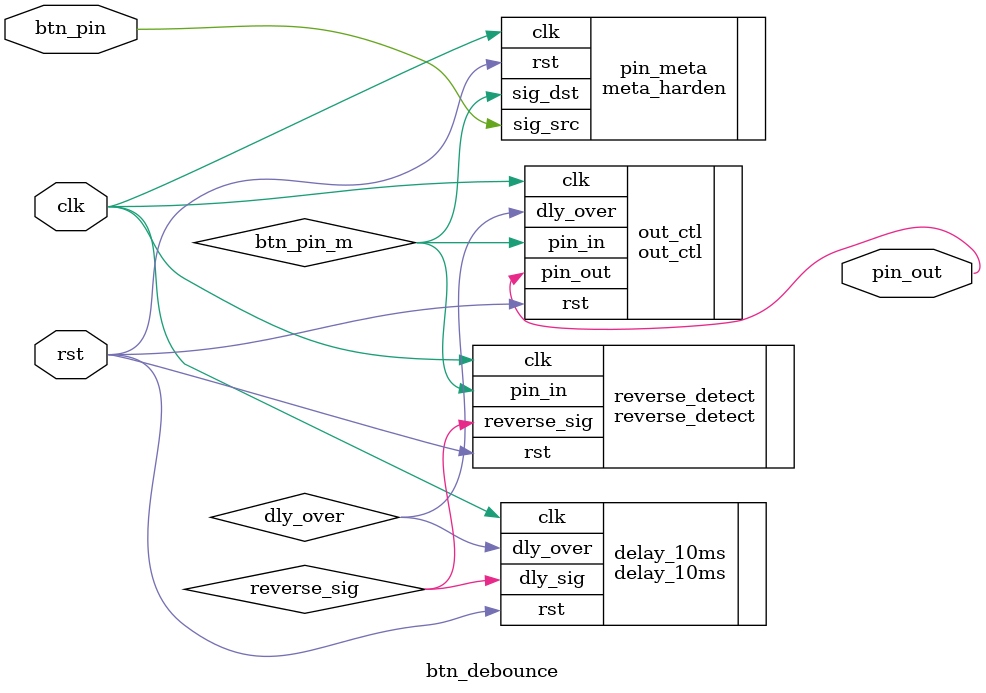
<source format=v>
`timescale 1ns / 1ps
module btn_debounce(
    input clk,
    input rst,
    input btn_pin,
    output pin_out
    );
    //
    wire btn_pin_m;
    meta_harden pin_meta(
        .clk( clk ),
        .rst( rst ),
        .sig_src( btn_pin ),
        .sig_dst( btn_pin_m )
    );
    wire reverse_sig;
    reverse_detect reverse_detect(
        .clk( clk ),
        .rst( rst ),
        .pin_in( btn_pin_m ),
        .reverse_sig( reverse_sig )
    );
    //
    wire dly_over;
    delay_10ms delay_10ms(
        .clk( clk ),
        .rst( rst ),
        .dly_sig( reverse_sig ),
        .dly_over( dly_over )
    );
    //
    out_ctl out_ctl(
        .clk( clk ),
        .rst( rst ),
        .dly_over( dly_over ),
        .pin_in( btn_pin_m ),
        .pin_out( pin_out )
    );
endmodule

</source>
